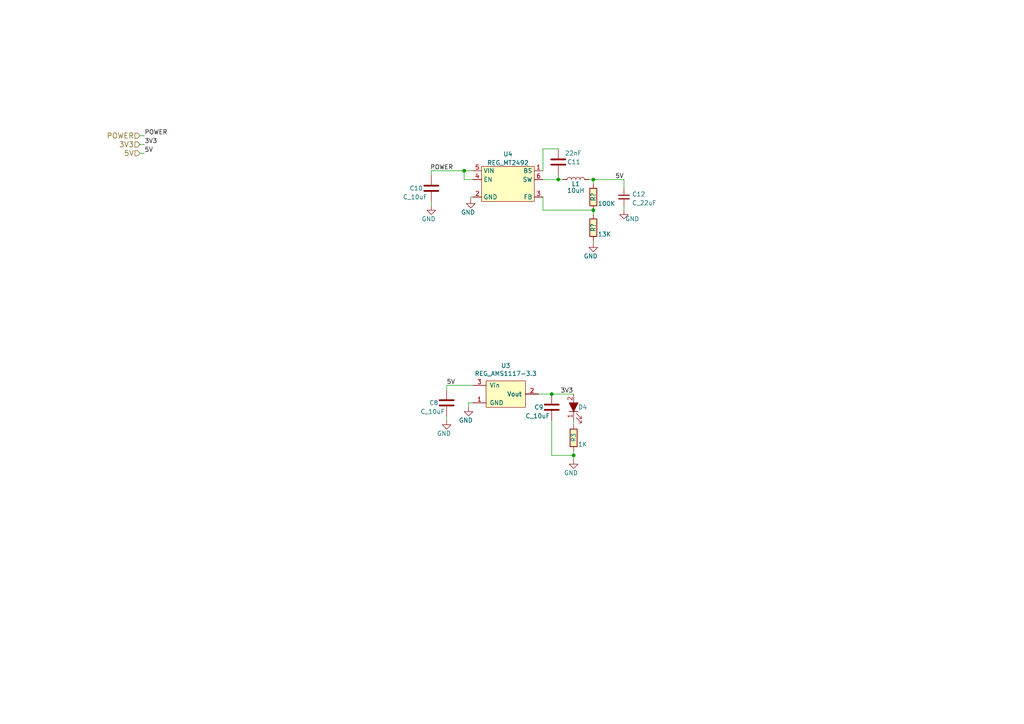
<source format=kicad_sch>
(kicad_sch (version 20211123) (generator eeschema)
  (paper "A4")
  (lib_symbols
    (symbol "Open Automation:C_22nF" (pin_numbers hide) (pin_names (offset 0.254))
      (property "Reference" "C?" (at 2.54 0 0))
      (property "Value" "C_22nF" (at 1.27 -2.54 0))
      (symbol "C_22nF_0_1"
        (polyline (pts (xy -2.032 -0.762) (xy 2.032 -0.762)) (stroke (width 0.508)))
        (polyline (pts (xy -2.032 0.762) (xy 2.032 0.762)) (stroke (width 0.508)))
      )
      (symbol "C_22nF_1_1"
        (pin passive line (at 0 3.81 270) (length 2.794) (name "~") (number "1"))
        (pin passive line (at 0 -3.81 90) (length 2.794) (name "~") (number "2"))
      )
    )
    (symbol "Open Automation:C_22uF" (pin_numbers hide) (pin_names (offset 0.254) hide)
      (property "Reference" "C" (at 0.254 1.778 0))
      (property "Value" "C_22uF" (at 0.254 -2.032 0))
      (symbol "C_22uF_0_1"
        (polyline (pts (xy -1.524 -0.508) (xy 1.524 -0.508)) (stroke (width 0.3302)))
        (polyline (pts (xy -1.524 0.508) (xy 1.524 0.508)) (stroke (width 0.3048)))
      )
      (symbol "C_22uF_1_1"
        (pin passive line (at 0 2.54 270) (length 1.905) (name "~") (number "1"))
        (pin passive line (at 0 -2.54 90) (length 2.032) (name "~") (number "2"))
      )
    )
    (symbol "Open Automation:L_10uH" (pin_numbers hide) (pin_names (offset 1.016) hide)
      (property "Reference" "L?" (at 1.27 -1.27 0))
      (property "Value" "L_10uH" (at 1.27 -3.81 0))
      (symbol "L_10uH_0_1"
        (arc (start 0 0) (mid -0.635 0.635) (end -1.27 0))
        (arc (start 1.27 0) (mid 0.635 0.635) (end 0 0))
        (arc (start 2.54 0) (mid 1.905 0.635) (end 1.27 0))
        (arc (start 3.81 0) (mid 3.175 0.635) (end 2.54 0))
      )
      (symbol "L_10uH_1_1"
        (pin passive line (at -2.54 0 0) (length 1.27) (name "1") (number "1"))
        (pin passive line (at 5.08 0 180) (length 1.27) (name "2") (number "2"))
      )
    )
    (symbol "Open Automation:REG_MT2492"
      (property "Reference" "U4" (at 0 12.4628 0))
      (property "Value" "REG_MT2492" (at 0 9.9259 0))
      (symbol "REG_MT2492_0_1"
        (rectangle (start -7.62 8.89) (end 7.62 -1.27) (fill (type background)))
      )
      (symbol "REG_MT2492_1_1"
        (pin input line (at 10.16 7.62 180) (length 2.54) (name "BS") (number "1"))
        (pin power_in line (at -10.16 0 0) (length 2.54) (name "GND") (number "2"))
        (pin input line (at 10.16 0 180) (length 2.54) (name "FB") (number "3"))
        (pin input line (at -10.16 5.08 0) (length 2.54) (name "EN") (number "4"))
        (pin power_in line (at -10.16 7.62 0) (length 2.54) (name "VIN") (number "5"))
        (pin power_out line (at 10.16 5.08 180) (length 2.54) (name "SW") (number "6"))
      )
    )
    (symbol "Open Automation:R_100K_0402" (pin_numbers hide) (pin_names (offset 0))
      (property "Reference" "R" (at 0 0 90))
      (property "Value" "R_100K_0402" (at -1.905 0 90))
      (symbol "R_100K_0402_0_1"
        (rectangle (start -1.016 -2.54) (end 1.016 2.54) (stroke (width 0.254)) (fill (type background)))
      )
      (symbol "R_100K_0402_1_1"
        (pin passive line (at 0 3.81 270) (length 1.27) (name "~") (number "1"))
        (pin passive line (at 0 -3.81 90) (length 1.27) (name "~") (number "2"))
      )
    )
    (symbol "Open Automation:R_13K" (pin_numbers hide) (pin_names (offset 0))
      (property "Reference" "R?" (at 0 -0.635 90))
      (property "Value" "R_13K" (at 1.778 -1.7022 0))
      (symbol "R_13K_0_1"
        (rectangle (start -1.016 -2.54) (end 1.016 2.54) (stroke (width 0.254)) (fill (type background)))
      )
      (symbol "R_13K_1_1"
        (pin passive line (at 0 3.81 270) (length 1.27) (name "~") (number "1"))
        (pin passive line (at 0 -3.81 90) (length 1.27) (name "~") (number "2"))
      )
    )
    (symbol "Open_Automation:C_10uF" (pin_numbers hide) (pin_names (offset 0.254))
      (property "Reference" "C" (at 0.635 2.54 0))
      (property "Value" "Open_Automation_C_10uF" (at 1.27 -2.54 0))
      (symbol "C_10uF_0_1"
        (polyline (pts (xy -2.032 -0.762) (xy 2.032 -0.762)) (stroke (width 0.508)))
        (polyline (pts (xy -2.032 0.762) (xy 2.032 0.762)) (stroke (width 0.508)))
      )
      (symbol "C_10uF_1_1"
        (pin passive line (at 0 3.81 270) (length 2.794) (name "~") (number "1"))
        (pin passive line (at 0 -3.81 90) (length 2.794) (name "~") (number "2"))
      )
    )
    (symbol "Open_Automation:LED_G" (pin_names (offset 1.016) hide)
      (property "Reference" "D" (at 0 2.54 0))
      (property "Value" "Open_Automation_LED_G" (at 0 -2.54 0))
      (symbol "LED_G_0_1"
        (polyline (pts (xy -1.27 -1.27) (xy -1.27 1.27)) (stroke (width 0.2032)))
        (polyline (pts (xy 1.27 -1.27) (xy 1.27 1.27) (xy -1.27 0) (xy 1.27 -1.27)) (stroke (width 0.2032)) (fill (type outline)))
        (polyline (pts (xy -3.048 -0.762) (xy -4.572 -2.286) (xy -3.81 -2.286) (xy -4.572 -2.286) (xy -4.572 -1.524)))
        (polyline (pts (xy -1.778 -0.762) (xy -3.302 -2.286) (xy -2.54 -2.286) (xy -3.302 -2.286) (xy -3.302 -1.524)))
      )
      (symbol "LED_G_1_1"
        (pin passive line (at -3.81 0 0) (length 2.54) (name "K") (number "1"))
        (pin passive line (at 3.81 0 180) (length 2.54) (name "A") (number "2"))
      )
    )
    (symbol "Open_Automation:REG_AMS1117-3.3" (pin_names (offset 1.016))
      (property "Reference" "U1" (at 3.175 -5.08 0))
      (property "Value" "Open_Automation_REG_AMS1117-3.3" (at 0 6.35 0))
      (symbol "REG_AMS1117-3.3_0_1"
        (rectangle (start -6.35 3.81) (end 5.08 -3.81) (fill (type background)))
      )
      (symbol "REG_AMS1117-3.3_1_1"
        (pin open_collector line (at -10.16 -2.54 0) (length 3.81) (name "GND") (number "1"))
        (pin input line (at 8.89 0 180) (length 3.81) (name "Vout") (number "2"))
        (pin input line (at 8.89 0 180) (length 3.81) (name "Vout") (number "2"))
        (pin power_in line (at -10.16 2.54 0) (length 3.81) (name "Vin") (number "3"))
      )
    )
    (symbol "Open_Automation:R_1K_0402" (pin_numbers hide) (pin_names (offset 0))
      (property "Reference" "R" (at 0 0 90))
      (property "Value" "Open_Automation_R_1K_0402" (at -1.905 0 90))
      (symbol "R_1K_0402_0_1"
        (rectangle (start -1.016 -2.54) (end 1.016 2.54) (stroke (width 0.254)) (fill (type background)))
      )
      (symbol "R_1K_0402_1_1"
        (pin passive line (at 0 3.81 270) (length 1.27) (name "~") (number "1"))
        (pin passive line (at 0 -3.81 90) (length 1.27) (name "~") (number "2"))
      )
    )
    (symbol "power:GND" (power) (pin_names (offset 0))
      (property "Value" "power_GND" (at 0 -3.81 0))
      (symbol "GND_0_1"
        (polyline (pts (xy 0 0) (xy 0 -1.27) (xy 1.27 -1.27) (xy 0 -2.54) (xy -1.27 -1.27) (xy 0 -1.27)))
      )
      (symbol "GND_1_1"
        (pin power_in line (at 0 0 270) (length 0) hide (name "GND") (number "1"))
      )
    )
  )
  (junction (at 172.085 60.96))
  (junction (at 134.62 49.53))
  (junction (at 166.37 132.08))
  (junction (at 161.925 52.07))
  (junction (at 160.02 114.3))
  (junction (at 172.085 52.07))
  (wire (pts (xy 136.525 57.15) (xy 137.16 57.15)))
  (wire (pts (xy 129.54 121.92) (xy 129.54 120.65)))
  (wire (pts (xy 161.925 52.07) (xy 163.195 52.07)))
  (wire (pts (xy 180.975 54.61) (xy 180.975 52.07)))
  (wire (pts (xy 170.815 52.07) (xy 172.085 52.07)))
  (wire (pts (xy 172.085 52.07) (xy 180.975 52.07)))
  (wire (pts (xy 172.085 52.07) (xy 172.085 53.34)))
  (wire (pts (xy 129.54 113.03) (xy 129.54 111.76)))
  (wire (pts (xy 134.62 49.53) (xy 137.16 49.53)))
  (wire (pts (xy 166.37 123.19) (xy 166.37 121.92)))
  (wire (pts (xy 172.085 60.96) (xy 172.085 62.23)))
  (wire (pts (xy 166.37 130.81) (xy 166.37 132.08)))
  (wire (pts (xy 40.64 41.91) (xy 41.91 41.91)))
  (wire (pts (xy 125.095 58.42) (xy 125.095 59.69)))
  (wire (pts (xy 161.925 50.8) (xy 161.925 52.07)))
  (wire (pts (xy 166.37 132.08) (xy 160.02 132.08)))
  (wire (pts (xy 129.54 111.76) (xy 137.16 111.76)))
  (wire (pts (xy 160.02 114.3) (xy 166.37 114.3)))
  (wire (pts (xy 157.48 43.18) (xy 161.925 43.18)))
  (wire (pts (xy 135.89 118.11) (xy 135.89 116.84)))
  (wire (pts (xy 40.64 39.37) (xy 41.91 39.37)))
  (wire (pts (xy 157.48 60.96) (xy 157.48 57.15)))
  (wire (pts (xy 161.925 52.07) (xy 157.48 52.07)))
  (wire (pts (xy 166.37 132.08) (xy 166.37 133.35)))
  (wire (pts (xy 137.16 52.07) (xy 134.62 52.07)))
  (wire (pts (xy 136.525 57.785) (xy 136.525 57.15)))
  (wire (pts (xy 134.62 52.07) (xy 134.62 49.53)))
  (wire (pts (xy 156.21 114.3) (xy 160.02 114.3)))
  (wire (pts (xy 125.095 49.53) (xy 134.62 49.53)))
  (wire (pts (xy 172.085 60.96) (xy 157.48 60.96)))
  (wire (pts (xy 40.64 44.45) (xy 41.91 44.45)))
  (wire (pts (xy 172.085 69.85) (xy 172.085 70.485)))
  (wire (pts (xy 160.02 132.08) (xy 160.02 121.92)))
  (wire (pts (xy 125.095 50.8) (xy 125.095 49.53)))
  (wire (pts (xy 180.975 59.69) (xy 180.975 60.96)))
  (wire (pts (xy 135.89 116.84) (xy 137.16 116.84)))
  (wire (pts (xy 157.48 49.53) (xy 157.48 43.18)))
  (label "3V3" (at 41.91 41.91 0))
  (label "3V3" (at 162.56 114.3 0))
  (label "POWER" (at 131.445 49.53 180))
  (label "5V" (at 41.91 44.45 0))
  (label "5V" (at 178.435 52.07 0))
  (label "POWER" (at 41.91 39.37 0))
  (label "5V" (at 129.54 111.76 0))
  (hierarchical_label "3V3" (shape input) (at 40.64 41.91 180) (effects (font (size 1.524 1.524))))
  (hierarchical_label "POWER" (shape input) (at 40.64 39.37 180) (effects (font (size 1.524 1.524))))
  (hierarchical_label "5V" (shape input) (at 40.64 44.45 180) (effects (font (size 1.524 1.524))))
  (symbol (lib_id "power:GND") (at 129.54 121.92 0) (unit 1)
    (property "Reference" "#PWR013" (effects hide))
    (property "Value" "GND" (at 130.81 125.73 0) (effects (justify right)))
  )
  (symbol (lib_id "power:GND") (at 135.89 118.11 0) (unit 1)
    (property "Reference" "#PWR014" (effects hide))
    (property "Value" "GND" (at 137.16 121.92 0) (effects (justify right)))
  )
  (symbol (lib_id "Open_Automation:C_10uF") (at 160.02 118.11 0) (unit 1)
    (property "Reference" "C9" (at 154.94 118.11 0) (effects (justify left)))
    (property "Value" "C_10uF" (at 152.4 120.65 0) (effects (justify left)))
    (property "Footprint" "Capacitor_SMD:C_0805_2012Metric_Pad1.18x1.45mm_HandSolder" (effects hide))
    (property "Datasheet" "https://datasheet.lcsc.com/szlcsc/Samsung-Electro-Mechanics-CL21A106KAYNNNE_C15850.pdf" (effects hide))
    (property "Part Number" "CL21A106KAYNNNE" (effects hide))
    (property "LCSC" "C15850" (effects hide))
  )
  (symbol (lib_id "power:GND") (at 166.37 133.35 0) (unit 1)
    (property "Reference" "#PWR015" (effects hide))
    (property "Value" "GND" (at 167.64 137.16 0) (effects (justify right)))
  )
  (symbol (lib_id "Open_Automation:C_10uF") (at 129.54 116.84 0) (unit 1)
    (property "Reference" "C8" (at 124.46 116.84 0) (effects (justify left)))
    (property "Value" "C_10uF" (at 121.92 119.38 0) (effects (justify left)))
    (property "Footprint" "Capacitor_SMD:C_0805_2012Metric_Pad1.18x1.45mm_HandSolder" (effects hide))
    (property "Datasheet" "https://datasheet.lcsc.com/szlcsc/Samsung-Electro-Mechanics-CL21A106KAYNNNE_C15850.pdf" (effects hide))
    (property "Part Number" "CL21A106KAYNNNE" (effects hide))
    (property "LCSC" "C15850" (effects hide))
  )
  (symbol (lib_id "Open_Automation:REG_AMS1117-3.3") (at 147.32 114.3 0) (unit 1)
    (property "Reference" "U3" (at 146.685 106.045 0))
    (property "Value" "REG_AMS1117-3.3" (at 146.685 108.3564 0))
    (property "Footprint" "Package_TO_SOT_SMD:SOT-223-3_TabPin2" (effects hide))
    (property "Datasheet" "https://datasheet.lcsc.com/szlcsc/1811201117_Advanced-Monolithic-Systems-AMS-AMS1117-3-3_C6186.pdf" (effects hide))
    (property "Part Number" "AMS1117-3.3" (effects hide))
    (property "LCSC" "C347222" (effects hide))
  )
  (symbol (lib_id "Open_Automation:LED_G") (at 166.37 118.11 90) (unit 1)
    (property "Reference" "D4" (at 167.64 118.11 90) (effects (justify right)))
    (property "Value" "LED_G" (effects hide))
    (property "Footprint" "LED_SMD:LED_0603_1608Metric_Pad1.05x0.95mm_HandSolder" (effects hide))
    (property "Datasheet" "https://datasheet.lcsc.com/szlcsc/Everlight-Elec-19-217-BHC-ZL1M2RY-3T_C72041.pdf" (effects hide))
    (property "Part Number" "19-217/BHC-ZL1M2RY/3T" (effects hide))
    (property "LCSC" "C72041" (effects hide))
  )
  (symbol (lib_id "Open_Automation:R_1K_0402") (at 166.37 127 0) (unit 1)
    (property "Reference" "R3" (at 166.37 128.27 90) (effects (justify left)))
    (property "Value" "1K" (at 167.64 128.905 0) (effects (justify left)))
    (property "Footprint" "Resistor_SMD:R_0402_1005Metric_Pad0.72x0.64mm_HandSolder" (effects hide))
    (property "Datasheet" "https://www.digikey.com/product-detail/en/panasonic-electronic-components/ERJ-3GEYJ102V/P1.0KGDKR-ND/577615" (effects hide))
    (property "Part Number" "0402WGF1001TCE" (effects hide))
    (property "LCSC" "C11702" (effects hide))
  )
  (symbol (lib_id "Open Automation:L_10uH") (at 165.735 52.07 0) (unit 1)
    (property "Reference" "L1" (at 167.005 53.34 0))
    (property "Value" "10uH" (at 167.005 55.245 0))
    (property "Footprint" "Open_Automation:L_4x4" (effects hide))
    (property "Datasheet" "https://datasheet.lcsc.com/lcsc/2110091730_Sunlord-WPN4020H100MT_C98364.pdf" (effects hide))
    (property "Part Number" "WPN4020H100MT" (effects hide))
    (property "LCSC" "C98364" (effects hide))
  )
  (symbol (lib_id "Open Automation:REG_MT2492") (at 147.32 57.15 0) (unit 1)
    (property "Reference" "U4" (at 147.32 44.6872 0))
    (property "Value" "REG_MT2492" (at 147.32 47.2241 0))
    (property "Footprint" "Package_TO_SOT_SMD:SOT-23-6_Handsoldering" (effects hide))
    (property "Datasheet" "https://datasheet.lcsc.com/lcsc/1810262207_XI-AN-Aerosemi-Tech-MT2492_C89358.pdf" (effects hide))
    (property "Part Number" "MT2492" (effects hide))
    (property "LCSC" "C89358" (effects hide))
  )
  (symbol (lib_id "Open Automation:C_22uF") (at 180.975 57.15 0) (unit 1)
    (property "Reference" "C12" (at 183.2991 56.3216 0) (effects (justify left)))
    (property "Value" "C_22uF" (at 183.2991 58.8585 0) (effects (justify left)))
    (property "Footprint" "Capacitor_SMD:C_0603_1608Metric_Pad1.08x0.95mm_HandSolder" (effects hide))
    (property "Datasheet" "https://datasheet.lcsc.com/szlcsc/Samsung-Electro-Mechanics-CL10A226MQ8NRNC_C59461.pdf" (effects hide))
    (property "Part Number" "CL10A226MQ8NRNC" (effects hide))
    (property "LCSC" "C59461" (effects hide))
  )
  (symbol (lib_id "power:GND") (at 180.975 60.96 0) (unit 1)
    (property "Reference" "#PWR028" (effects hide))
    (property "Value" "GND" (at 185.42 63.5 0) (effects (justify right)))
  )
  (symbol (lib_id "Open Automation:R_13K") (at 172.085 66.04 0) (unit 1)
    (property "Reference" "R?" (at 172.085 67.31 90) (effects (justify left)))
    (property "Value" "13K" (at 173.355 67.945 0) (effects (justify left)))
    (property "Footprint" "Resistor_SMD:R_0603_1608Metric" (effects hide))
    (property "Datasheet" "https://datasheet.lcsc.com/lcsc/2206010130_UNI-ROYAL-Uniroyal-Elec-0603WAF1302T5E_C22797.pdf" (effects hide))
    (property "Part Number" "0603WAF1302T5E" (effects hide))
    (property "LCSC" "C22797" (effects hide))
  )
  (symbol (lib_id "Open Automation:R_100K_0402") (at 172.085 57.15 0) (unit 1)
    (property "Reference" "R?" (at 172.085 58.42 90) (effects (justify left)))
    (property "Value" "100K" (at 173.355 59.055 0) (effects (justify left)))
    (property "Footprint" "Resistor_SMD:R_0402_1005Metric_Pad0.72x0.64mm_HandSolder" (effects hide))
    (property "Datasheet" "https://datasheet.lcsc.com/lcsc/1810111814_UNI-ROYAL-Uniroyal-Elec-0402WGF1003TCE_C25741.pdf" (effects hide))
    (property "Part Number" "0402WGF1003TCE" (effects hide))
    (property "LCSC" "C25741" (effects hide))
  )
  (symbol (lib_id "power:GND") (at 172.085 70.485 0) (unit 1)
    (property "Reference" "#PWR027" (effects hide))
    (property "Value" "GND" (at 173.355 74.295 0) (effects (justify right)))
  )
  (symbol (lib_id "Open Automation:C_22nF") (at 161.925 46.99 0) (unit 1)
    (property "Reference" "C11" (at 164.465 46.99 0) (effects (justify left)))
    (property "Value" "22nF" (at 163.83 44.45 0) (effects (justify left)))
    (property "Footprint" "Capacitor_SMD:C_0402_1005Metric" (effects hide))
    (property "Datasheet" "https://datasheet.lcsc.com/lcsc/1811141710_FH-Guangdong-Fenghua-Advanced-Tech-0402B223K500NT_C1532.pdf" (effects hide))
    (property "LCSC" "C1532" (effects hide))
    (property "Part Number" "0402B223K500NT" (effects hide))
  )
  (symbol (lib_id "power:GND") (at 125.095 59.69 0) (unit 1)
    (property "Reference" "#PWR05" (effects hide))
    (property "Value" "GND" (at 126.365 63.5 0) (effects (justify right)))
  )
  (symbol (lib_id "Open_Automation:C_10uF") (at 125.095 54.61 0) (unit 1)
    (property "Reference" "C10" (at 118.745 54.61 0) (effects (justify left)))
    (property "Value" "C_10uF" (at 116.84 57.15 0) (effects (justify left)))
    (property "Footprint" "Capacitor_SMD:C_0805_2012Metric_Pad1.18x1.45mm_HandSolder" (effects hide))
    (property "Datasheet" "https://datasheet.lcsc.com/szlcsc/Samsung-Electro-Mechanics-CL21A106KAYNNNE_C15850.pdf" (effects hide))
    (property "Part Number" "CL21A106KAYNNNE" (effects hide))
    (property "LCSC" "C15850" (effects hide))
  )
  (symbol (lib_id "power:GND") (at 136.525 57.785 0) (unit 1)
    (property "Reference" "#PWR026" (effects hide))
    (property "Value" "GND" (at 137.795 61.595 0) (effects (justify right)))
  )
)
</source>
